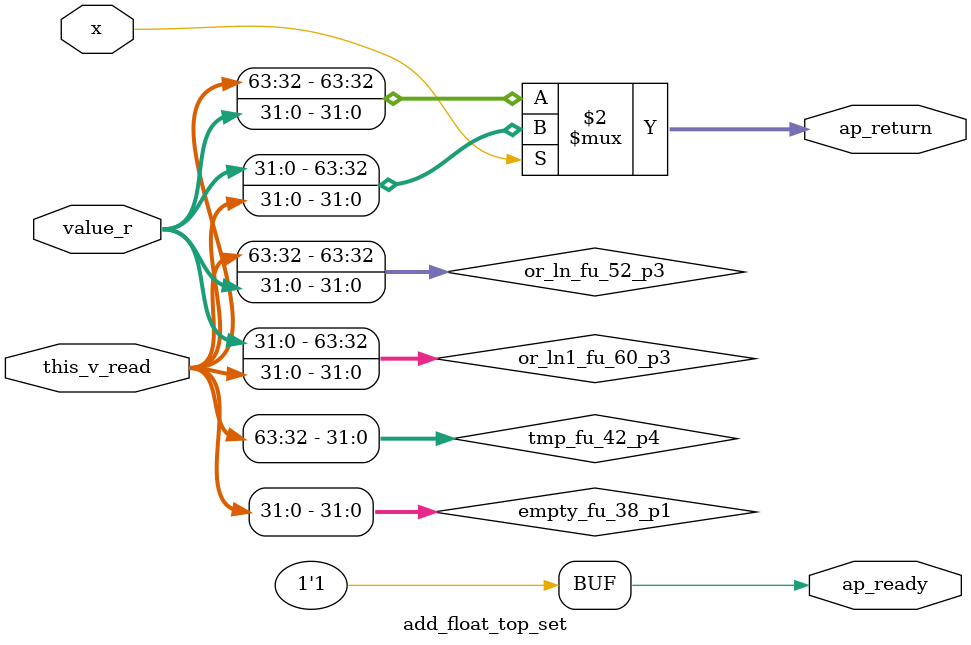
<source format=v>

`timescale 1 ns / 1 ps 

module add_float_top_set (
        ap_ready,
        this_v_read,
        x,
        value_r,
        ap_return
);


output   ap_ready;
input  [63:0] this_v_read;
input  [0:0] x;
input  [31:0] value_r;
output  [63:0] ap_return;

wire   [31:0] tmp_fu_42_p4;
wire   [31:0] empty_fu_38_p1;
wire   [63:0] or_ln1_fu_60_p3;
wire   [63:0] or_ln_fu_52_p3;

assign ap_ready = 1'b1;

assign empty_fu_38_p1 = this_v_read[31:0];

assign or_ln1_fu_60_p3 = {{value_r}, {empty_fu_38_p1}};

assign or_ln_fu_52_p3 = {{tmp_fu_42_p4}, {value_r}};

assign tmp_fu_42_p4 = {{this_v_read[63:32]}};

assign ap_return = ((x[0:0] == 1'b1) ? or_ln1_fu_60_p3 : or_ln_fu_52_p3);

endmodule //add_float_top_set

</source>
